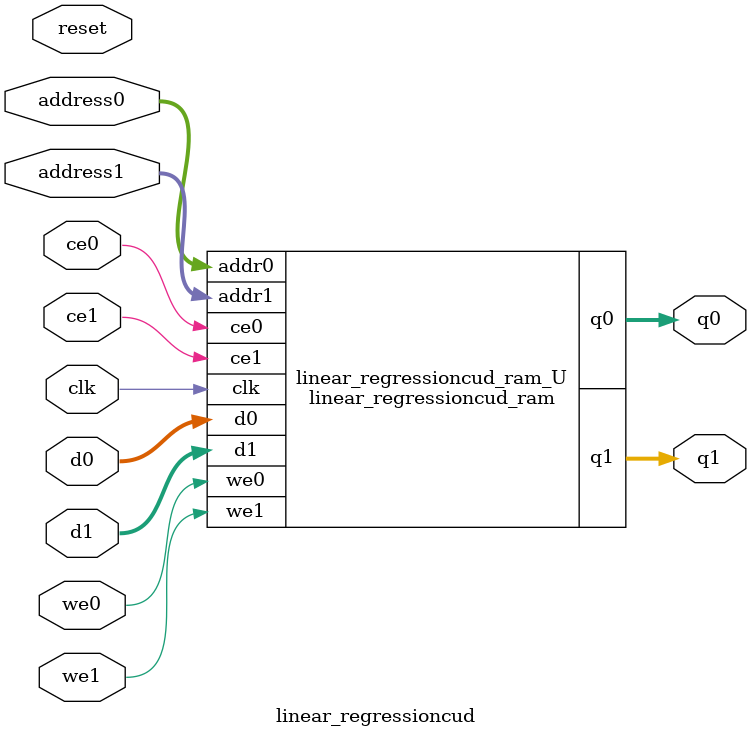
<source format=v>
`timescale 1 ns / 1 ps
module linear_regressioncud_ram (addr0, ce0, d0, we0, q0, addr1, ce1, d1, we1, q1,  clk);

parameter DWIDTH = 32;
parameter AWIDTH = 8;
parameter MEM_SIZE = 194;

input[AWIDTH-1:0] addr0;
input ce0;
input[DWIDTH-1:0] d0;
input we0;
output reg[DWIDTH-1:0] q0;
input[AWIDTH-1:0] addr1;
input ce1;
input[DWIDTH-1:0] d1;
input we1;
output reg[DWIDTH-1:0] q1;
input clk;

(* ram_style = "block" *)reg [DWIDTH-1:0] ram[0:MEM_SIZE-1];




always @(posedge clk)  
begin 
    if (ce0) 
    begin
        if (we0) 
        begin 
            ram[addr0] <= d0; 
        end 
        q0 <= ram[addr0];
    end
end


always @(posedge clk)  
begin 
    if (ce1) 
    begin
        if (we1) 
        begin 
            ram[addr1] <= d1; 
        end 
        q1 <= ram[addr1];
    end
end


endmodule

`timescale 1 ns / 1 ps
module linear_regressioncud(
    reset,
    clk,
    address0,
    ce0,
    we0,
    d0,
    q0,
    address1,
    ce1,
    we1,
    d1,
    q1);

parameter DataWidth = 32'd32;
parameter AddressRange = 32'd194;
parameter AddressWidth = 32'd8;
input reset;
input clk;
input[AddressWidth - 1:0] address0;
input ce0;
input we0;
input[DataWidth - 1:0] d0;
output[DataWidth - 1:0] q0;
input[AddressWidth - 1:0] address1;
input ce1;
input we1;
input[DataWidth - 1:0] d1;
output[DataWidth - 1:0] q1;



linear_regressioncud_ram linear_regressioncud_ram_U(
    .clk( clk ),
    .addr0( address0 ),
    .ce0( ce0 ),
    .we0( we0 ),
    .d0( d0 ),
    .q0( q0 ),
    .addr1( address1 ),
    .ce1( ce1 ),
    .we1( we1 ),
    .d1( d1 ),
    .q1( q1 ));

endmodule


</source>
